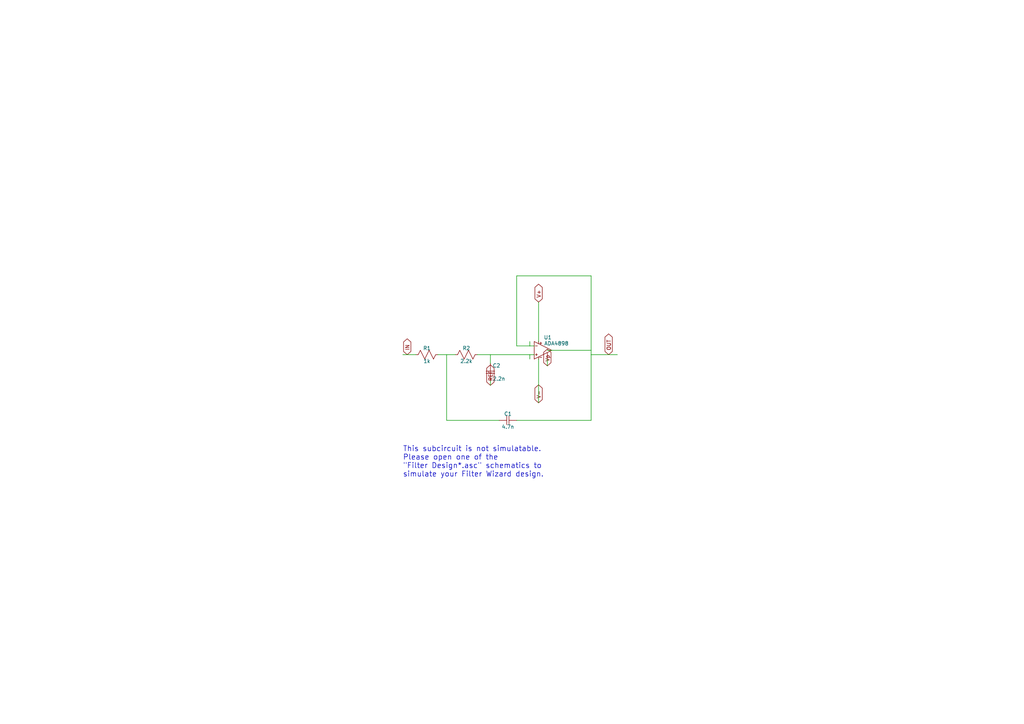
<source format=kicad_sch>
(kicad_sch (version 20231120) (generator "eeschema") (generator_version "8.0")
  (paper "A4")
  (lib_symbols
    (symbol "ltspice:Opamps/ADA4898" (pin_numbers hide)
      (symbol "Opamps/ADA4898_0_0"
        (polyline (pts (xy -2.54 -1.27) (xy -2.54 3.81)) (stroke (width 0.1524)))
        (polyline (pts (xy -1.905 -0.3302) (xy -1.905 0.3302)) (stroke (width 0.1524)))
        (polyline (pts (xy -1.6002 0) (xy -2.2352 0)) (stroke (width 0.1524)))
        (polyline (pts (xy -1.6002 2.54) (xy -2.2352 2.54)) (stroke (width 0.1524)))
        (polyline (pts (xy -1.27 -1.27) (xy -1.27 -0.7112)) (stroke (width 0.1524)))
        (polyline (pts (xy -1.27 3.81) (xy -1.27 3.175)) (stroke (width 0.1524)))
        (polyline (pts (xy -0.635 3.0226) (xy -0.635 3.6576)) (stroke (width 0.1524)))
        (polyline (pts (xy -0.3302 -0.7874) (xy -0.9652 -0.7874)) (stroke (width 0.1524)))
        (polyline (pts (xy -0.3302 3.3274) (xy -0.9652 3.3274)) (stroke (width 0.1524)))
        (polyline (pts (xy 1.27 -1.27) (xy 1.27 0.5588)) (stroke (width 0.1524)))
        (polyline (pts (xy 2.54 1.27) (xy -2.54 -1.27)) (stroke (width 0.1524)))
        (polyline (pts (xy 2.54 1.27) (xy -2.54 3.81)) (stroke (width 0.1524)))
        (pin passive line (at -2.54 0 0) (length 0.0005) (name "In+") (number "1"))
        (pin passive line (at -2.54 2.54 0) (length 0.0005) (name "In-") (number "2"))
        (pin passive line (at -1.27 3.81 0) (length 0.0005) (name "V+") (number "3"))
        (pin passive line (at -1.27 -1.27 0) (length 0.0005) (name "V-") (number "4"))
        (pin passive line (at 2.54 1.27 0) (length 0.0005) (name "OUT") (number "5"))
        (pin passive line (at 1.27 -1.27 0) (length 0.0005) (name "SHDN") (number "6"))
      )
    )
    (symbol "ltspice:cap" (pin_numbers hide)
      (symbol "cap_0_0"
        (polyline (pts (xy 1.27 -5.08) (xy 1.27 -2.8702)) (stroke (width 0.1524)))
        (polyline (pts (xy 1.27 0) (xy 1.27 -2.2352)) (stroke (width 0.1524)))
        (polyline (pts (xy 2.54 -2.8702) (xy 0 -2.8702)) (stroke (width 0.1524)))
        (polyline (pts (xy 2.54 -2.2352) (xy 0 -2.2352)) (stroke (width 0.1524)))
        (pin passive line (at 1.27 0 0) (length 0.0005) (name "") (number "1"))
        (pin passive line (at 1.27 -5.08 0) (length 0.0005) (name "") (number "2"))
      )
    )
    (symbol "ltspice:res" (pin_numbers hide)
      (symbol "res_0_0"
        (polyline (pts (xy 0 -6.35) (xy 2.54 -5.08)) (stroke (width 0.1524)))
        (polyline (pts (xy 0 -3.81) (xy 2.54 -2.54)) (stroke (width 0.1524)))
        (polyline (pts (xy 1.27 -7.62) (xy 1.27 -6.985)) (stroke (width 0.1524)))
        (polyline (pts (xy 1.27 -6.985) (xy 0 -6.35)) (stroke (width 0.1524)))
        (polyline (pts (xy 1.27 -1.905) (xy 1.27 -1.27)) (stroke (width 0.1524)))
        (polyline (pts (xy 2.54 -5.08) (xy 0 -3.81)) (stroke (width 0.1524)))
        (polyline (pts (xy 2.54 -2.54) (xy 1.27 -1.905)) (stroke (width 0.1524)))
        (pin passive line (at 1.27 -1.27 0) (length 0.0005) (name "") (number "1"))
        (pin passive line (at 1.27 -7.62 0) (length 0.0005) (name "") (number "2"))
      )
    )
  )
  (wire (pts (xy 153.67 102.87) (xy 142.24 102.87)) (stroke (width 0.1524)))
  (wire (pts (xy 129.54 121.92) (xy 129.54 102.87)) (stroke (width 0.1524)))
  (wire (pts (xy 171.45 80.01) (xy 149.86 80.01)) (stroke (width 0.1524)))
  (wire (pts (xy 144.78 121.92) (xy 129.54 121.92)) (stroke (width 0.1524)))
  (wire (pts (xy 154.94 100.33) (xy 153.67 100.33)) (stroke (width 0.1524)))
  (wire (pts (xy 129.54 102.87) (xy 127 102.87)) (stroke (width 0.1524)))
  (wire (pts (xy 149.86 100.33) (xy 149.86 80.01)) (stroke (width 0.1524)))
  (wire (pts (xy 142.24 111.76) (xy 142.24 110.49)) (stroke (width 0.1524)))
  (wire (pts (xy 142.24 105.41) (xy 142.24 102.87)) (stroke (width 0.1524)))
  (wire (pts (xy 132.08 102.87) (xy 129.54 102.87)) (stroke (width 0.1524)))
  (wire (pts (xy 171.45 101.6) (xy 160.02 101.6)) (stroke (width 0.1524)))
  (wire (pts (xy 153.67 104.14) (xy 153.67 102.87)) (stroke (width 0.1524)))
  (wire (pts (xy 160.02 101.6) (xy 158.75 101.6)) (stroke (width 0.1524)))
  (wire (pts (xy 171.45 121.92) (xy 171.45 102.87)) (stroke (width 0.1524)))
  (wire (pts (xy 158.75 106.1212) (xy 158.75 104.14)) (stroke (width 0.1524)))
  (wire (pts (xy 153.67 100.33) (xy 153.67 99.06)) (stroke (width 0.1524)))
  (wire (pts (xy 171.45 102.87) (xy 179.07 102.87)) (stroke (width 0.1524)))
  (wire (pts (xy 116.84 102.87) (xy 120.65 102.87)) (stroke (width 0.1524)))
  (wire (pts (xy 156.21 99.06) (xy 156.21 87.63)) (stroke (width 0.1524)))
  (wire (pts (xy 156.21 116.84) (xy 156.21 104.14)) (stroke (width 0.1524)))
  (wire (pts (xy 171.45 121.92) (xy 149.86 121.92)) (stroke (width 0.1524)))
  (wire (pts (xy 142.24 102.87) (xy 138.43 102.87)) (stroke (width 0.1524)))
  (wire (pts (xy 153.67 100.33) (xy 149.86 100.33)) (stroke (width 0.1524)))
  (wire (pts (xy 171.45 101.6) (xy 171.45 80.01)) (stroke (width 0.1524)))
  (wire (pts (xy 171.45 102.87) (xy 171.45 101.6)) (stroke (width 0.1524)))
  (wire (pts (xy 154.94 102.87) (xy 153.67 102.87)) (stroke (width 0.1524)))
  (text "This subcircuit is not simulatable.  \nPlease open one of the \n\"Filter Design*.asc\" schematics to \nsimulate your Filter Wizard design." (at 116.84 129.413 0) (effects (font (size 1.524 1.524)) (justify left top)))
  (global_label "V-" (shape bidirectional) (at 156.21 116.84 90) (effects (font (size 1.0668 1.0668))) (property "Intersheetrefs" "${INTERSHEET_REFS}" (effects (hide yes))))
  (global_label "OUT" (shape bidirectional) (at 176.53 102.87 90) (effects (font (size 1.0668 1.0668))) (property "Intersheetrefs" "${INTERSHEET_REFS}" (effects (hide yes))))
  (global_label "Vp" (shape bidirectional) (at 158.75 106.1212 90) (effects (font (size 1.0668 1.0668))) (property "Intersheetrefs" "${INTERSHEET_REFS}" (effects (hide yes))))
  (global_label "V+" (shape bidirectional) (at 156.21 87.63 90) (effects (font (size 1.0668 1.0668))) (property "Intersheetrefs" "${INTERSHEET_REFS}" (effects (hide yes))))
  (global_label "IN" (shape bidirectional) (at 118.11 102.87 90) (effects (font (size 1.0668 1.0668))) (property "Intersheetrefs" "${INTERSHEET_REFS}" (effects (hide yes))))
  (global_label "REF" (shape bidirectional) (at 142.24 111.76 90) (effects (font (size 1.0668 1.0668))) (property "Intersheetrefs" "${INTERSHEET_REFS}" (effects (hide yes))))
  (symbol (lib_id "ltspice:Opamps/ADA4898") (at 157.48 102.87 0) (unit 1)
    (property "Reference" "U1" (at 157.7086 97.8662 0) (effects (font (size 1.0668 1.0668)) (justify left)))
    (property "Value" "ADA4898" (at 157.8102 99.6188 0) (effects (font (size 1.0668 1.0668)) (justify left)))
    (property "Value2" "ADA4898" (effects (hide yes)))
    (property "Sim.Device" "SUBCKT" (effects (hide yes)))
    (property "Sim.Params" "model=\"ADA4898\"" (effects (hide yes)))
  )
  (symbol (lib_id "ltspice:cap") (at 149.86 120.65 270) (unit 1)
    (property "Reference" "C1" (at 147.32 120.65 90) (effects (font (size 1.0668 1.0668)) (justify bottom)))
    (property "Value" "4.7n" (at 147.32 123.19 90) (effects (font (size 1.0668 1.0668)) (justify top)))
    (property "Sim.Device" "C" (effects (hide yes)))
    (property "Sim.Params" "C=${VALUE}" (effects (hide yes)))
  )
  (symbol (lib_id "ltspice:res") (at 139.7 101.6 270) (unit 1)
    (property "Reference" "R2" (at 135.255 101.6 90) (effects (font (size 1.0668 1.0668)) (justify bottom)))
    (property "Value" "2.2k" (at 135.255 104.14 90) (effects (font (size 1.0668 1.0668)) (justify top)))
    (property "Sim.Device" "R" (effects (hide yes)))
    (property "Sim.Params" "R=${VALUE}" (effects (hide yes)))
  )
  (symbol (lib_id "ltspice:res") (at 128.27 101.6 270) (unit 1)
    (property "Reference" "R1" (at 123.825 101.6 90) (effects (font (size 1.0668 1.0668)) (justify bottom)))
    (property "Value" "1k" (at 123.825 104.14 90) (effects (font (size 1.0668 1.0668)) (justify top)))
    (property "Sim.Device" "R" (effects (hide yes)))
    (property "Sim.Params" "R=${VALUE}" (effects (hide yes)))
  )
  (symbol (lib_id "ltspice:cap") (at 140.97 105.41 0) (unit 1)
    (property "Reference" "C2" (at 142.875 106.045 0) (effects (font (size 1.0668 1.0668)) (justify left)))
    (property "Value" "2.2n" (at 142.875 109.855 0) (effects (font (size 1.0668 1.0668)) (justify left)))
    (property "Sim.Device" "C" (effects (hide yes)))
    (property "Sim.Params" "C=${VALUE}" (effects (hide yes)))
  )
)
</source>
